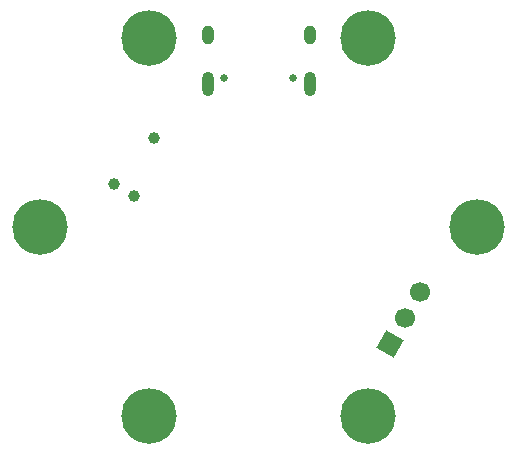
<source format=gbr>
%TF.GenerationSoftware,KiCad,Pcbnew,(7.0.0)*%
%TF.CreationDate,2023-12-11T14:41:33-05:00*%
%TF.ProjectId,stm32-accel-breakout,73746d33-322d-4616-9363-656c2d627265,rev?*%
%TF.SameCoordinates,Original*%
%TF.FileFunction,Soldermask,Bot*%
%TF.FilePolarity,Negative*%
%FSLAX46Y46*%
G04 Gerber Fmt 4.6, Leading zero omitted, Abs format (unit mm)*
G04 Created by KiCad (PCBNEW (7.0.0)) date 2023-12-11 14:41:33*
%MOMM*%
%LPD*%
G01*
G04 APERTURE LIST*
G04 Aperture macros list*
%AMHorizOval*
0 Thick line with rounded ends*
0 $1 width*
0 $2 $3 position (X,Y) of the first rounded end (center of the circle)*
0 $4 $5 position (X,Y) of the second rounded end (center of the circle)*
0 Add line between two ends*
20,1,$1,$2,$3,$4,$5,0*
0 Add two circle primitives to create the rounded ends*
1,1,$1,$2,$3*
1,1,$1,$4,$5*%
%AMRotRect*
0 Rectangle, with rotation*
0 The origin of the aperture is its center*
0 $1 length*
0 $2 width*
0 $3 Rotation angle, in degrees counterclockwise*
0 Add horizontal line*
21,1,$1,$2,0,0,$3*%
G04 Aperture macros list end*
%ADD10C,4.700000*%
%ADD11C,0.650000*%
%ADD12O,1.000000X2.100000*%
%ADD13O,1.000000X1.600000*%
%ADD14RotRect,1.700000X1.700000X150.000000*%
%ADD15HorizOval,1.700000X0.000000X0.000000X0.000000X0.000000X0*%
%ADD16C,0.990600*%
G04 APERTURE END LIST*
D10*
%TO.C,H6*%
X168327215Y-100278051D03*
%TD*%
%TO.C,H5*%
X131327215Y-100278051D03*
%TD*%
%TO.C,H4*%
X140577215Y-84278051D03*
%TD*%
%TO.C,H3*%
X159077215Y-84278051D03*
%TD*%
%TO.C,H2*%
X159077215Y-116278051D03*
%TD*%
%TO.C,H1*%
X140577215Y-116278051D03*
%TD*%
D11*
%TO.C,J1*%
X152717215Y-87633051D03*
X146937215Y-87633051D03*
D12*
X154147214Y-88133050D03*
D13*
X154147214Y-83953050D03*
D12*
X145507214Y-88133050D03*
D13*
X145507214Y-83953050D03*
%TD*%
D14*
%TO.C,J3*%
X160949999Y-110149999D03*
D15*
X162219999Y-107950294D03*
X163489999Y-105750590D03*
%TD*%
D16*
%TO.C,J4*%
X140970000Y-92700295D03*
X139309882Y-97607705D03*
X137550118Y-96591705D03*
%TD*%
M02*

</source>
